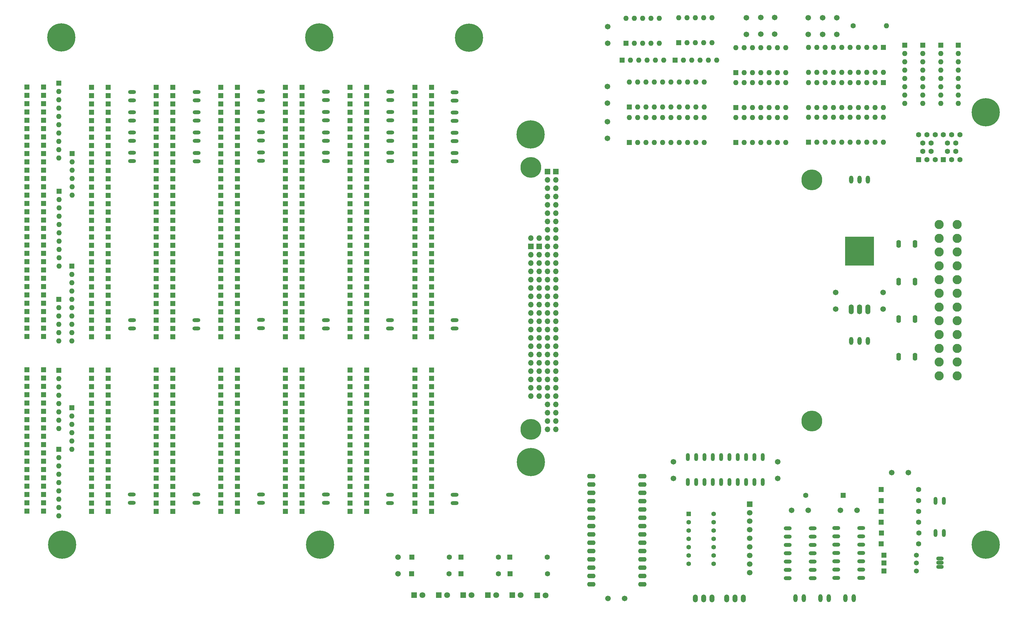
<source format=gbs>
G04 #@! TF.GenerationSoftware,KiCad,Pcbnew,8.0.5*
G04 #@! TF.CreationDate,2024-09-20T21:49:53-04:00*
G04 #@! TF.ProjectId,ISA_PC104 Backplane,4953415f-5043-4313-9034-204261636b70,rev?*
G04 #@! TF.SameCoordinates,Original*
G04 #@! TF.FileFunction,Soldermask,Bot*
G04 #@! TF.FilePolarity,Negative*
%FSLAX46Y46*%
G04 Gerber Fmt 4.6, Leading zero omitted, Abs format (unit mm)*
G04 Created by KiCad (PCBNEW 8.0.5) date 2024-09-20 21:49:53*
%MOMM*%
%LPD*%
G01*
G04 APERTURE LIST*
%ADD10O,2.284000X1.244000*%
%ADD11R,1.800000X1.800000*%
%ADD12C,1.800000*%
%ADD13R,1.600000X1.600000*%
%ADD14C,1.600000*%
%ADD15R,1.500000X1.500000*%
%ADD16C,1.500000*%
%ADD17C,0.900000*%
%ADD18C,8.600000*%
%ADD19O,1.400000X2.400000*%
%ADD20C,1.701800*%
%ADD21O,2.400000X1.200000*%
%ADD22O,1.600000X1.600000*%
%ADD23R,1.397000X1.397000*%
%ADD24C,1.397000*%
%ADD25C,6.350000*%
%ADD26R,1.700000X1.700000*%
%ADD27O,1.700000X1.700000*%
%ADD28O,1.500000X2.400000*%
%ADD29O,1.300000X2.400000*%
%ADD30O,1.200000X2.400000*%
%ADD31C,1.700000*%
%ADD32R,1.524000X1.524000*%
%ADD33C,2.800000*%
%ADD34O,2.400000X1.214000*%
%ADD35R,8.890000X8.890000*%
%ADD36O,1.524000X3.000000*%
%ADD37O,2.604000X1.404000*%
G04 APERTURE END LIST*
D10*
X373700000Y-228940000D03*
X373700000Y-230210000D03*
X373700000Y-231480000D03*
D11*
X213215000Y-240090000D03*
D12*
X215755000Y-240090000D03*
D13*
X212465000Y-233590000D03*
D14*
X223895000Y-233590000D03*
X367250000Y-214520000D03*
D13*
X355820000Y-214520000D03*
X355815000Y-211190000D03*
D14*
X367245000Y-211190000D03*
D15*
X356600000Y-232760000D03*
D16*
X366500000Y-232760000D03*
D17*
X226780361Y-69792716D03*
X227724942Y-67512297D03*
X227724942Y-72073135D03*
X230005361Y-66567716D03*
D18*
X230005361Y-69792716D03*
D17*
X230005361Y-73017716D03*
X232285780Y-67512297D03*
X232285780Y-72073135D03*
X233230361Y-69792716D03*
D13*
X242435000Y-228500000D03*
D14*
X253865000Y-228500000D03*
D19*
X366100000Y-155800000D03*
X361100000Y-155800000D03*
D20*
X272200000Y-100540000D03*
X272200000Y-95460000D03*
X323300000Y-68740000D03*
X323300000Y-63660000D03*
D21*
X146800000Y-107565000D03*
X146800000Y-105025000D03*
D20*
X319000000Y-68740000D03*
X319000000Y-63660000D03*
X364110000Y-202650000D03*
X359030000Y-202650000D03*
D13*
X276705000Y-76700000D03*
D22*
X279245000Y-76700000D03*
X281785000Y-76700000D03*
X284325000Y-76700000D03*
X286865000Y-76700000D03*
X289405000Y-76700000D03*
D20*
X272300000Y-71540000D03*
X272300000Y-66460000D03*
D13*
X355830000Y-221160000D03*
D14*
X367260000Y-221160000D03*
D21*
X127100000Y-98800000D03*
X127100000Y-101340000D03*
D13*
X374000000Y-72100000D03*
D22*
X374000000Y-74640000D03*
X374000000Y-77180000D03*
X374000000Y-79720000D03*
X374000000Y-82260000D03*
X374000000Y-84800000D03*
X374000000Y-87340000D03*
X374000000Y-89880000D03*
D11*
X220700000Y-240120000D03*
D12*
X223240000Y-240120000D03*
D21*
X205890000Y-92550000D03*
X205890000Y-95090000D03*
D13*
X108780000Y-105260000D03*
D22*
X108780000Y-107800000D03*
X108780000Y-110340000D03*
X108780000Y-112880000D03*
X108780000Y-115420000D03*
X108780000Y-117960000D03*
D21*
X186300000Y-98750000D03*
X186300000Y-101290000D03*
X166500000Y-98725000D03*
X166500000Y-101265000D03*
X225540000Y-89040000D03*
X225540000Y-86500000D03*
D13*
X212485000Y-228475000D03*
D14*
X223915000Y-228475000D03*
D17*
X184285390Y-72932999D03*
X182004971Y-71988418D03*
X186565809Y-71988418D03*
X181060390Y-69707999D03*
D18*
X184285390Y-69707999D03*
D17*
X187510390Y-69707999D03*
X182004971Y-67427580D03*
X186565809Y-67427580D03*
X184285390Y-66482999D03*
D21*
X205900000Y-88900000D03*
X205900000Y-86360000D03*
X166500000Y-88870000D03*
X166500000Y-86330000D03*
D23*
X297005000Y-215250000D03*
D24*
X297005000Y-217790000D03*
X297005000Y-220330000D03*
X297005000Y-222870000D03*
X297005000Y-225410000D03*
X297005000Y-227950000D03*
X297005000Y-230490000D03*
X304625000Y-230490000D03*
X304625000Y-227950000D03*
X304625000Y-225410000D03*
X304625000Y-222870000D03*
X304625000Y-220330000D03*
X304625000Y-217790000D03*
X304625000Y-215250000D03*
D19*
X366078849Y-132857869D03*
X361078849Y-132857869D03*
D21*
X225550000Y-92700000D03*
X225550000Y-95240000D03*
D13*
X227510000Y-233550000D03*
D14*
X238940000Y-233550000D03*
D20*
X333550000Y-63700000D03*
X333550000Y-68780000D03*
D21*
X127070000Y-156070000D03*
X127070000Y-158610000D03*
D25*
X334610000Y-186930000D03*
X334610000Y-113270000D03*
X248880000Y-189470000D03*
X248880000Y-109460000D03*
D26*
X253960000Y-110730000D03*
D27*
X253960000Y-113270000D03*
X253960000Y-115810000D03*
X253960000Y-118350000D03*
X253960000Y-120890000D03*
X253960000Y-123430000D03*
X253960000Y-125970000D03*
X253960000Y-128510000D03*
X253960000Y-131050000D03*
X253960000Y-133590000D03*
X253960000Y-136130000D03*
X253960000Y-138670000D03*
X253960000Y-141210000D03*
X253960000Y-143750000D03*
X253960000Y-146290000D03*
X253960000Y-148830000D03*
X253960000Y-151370000D03*
X253960000Y-153910000D03*
X253960000Y-156450000D03*
X253960000Y-158990000D03*
X253960000Y-161530000D03*
X253960000Y-164070000D03*
X253960000Y-166610000D03*
X253960000Y-169150000D03*
X253960000Y-171690000D03*
X253960000Y-174230000D03*
X253960000Y-176770000D03*
X253960000Y-179310000D03*
X253960000Y-181850000D03*
X253960000Y-184390000D03*
X253960000Y-186930000D03*
X253960000Y-189470000D03*
D26*
X256500000Y-110730000D03*
D27*
X256500000Y-113270000D03*
X256500000Y-115810000D03*
X256500000Y-118350000D03*
X256500000Y-120890000D03*
X256500000Y-123430000D03*
X256500000Y-125970000D03*
X256500000Y-128510000D03*
X256500000Y-131050000D03*
X256500000Y-133590000D03*
X256500000Y-136130000D03*
X256500000Y-138670000D03*
X256500000Y-141210000D03*
X256500000Y-143750000D03*
X256500000Y-146290000D03*
X256500000Y-148830000D03*
X256500000Y-151370000D03*
X256500000Y-153910000D03*
X256500000Y-156450000D03*
X256500000Y-158990000D03*
X256500000Y-161530000D03*
X256500000Y-164070000D03*
X256500000Y-166610000D03*
X256500000Y-169150000D03*
X256500000Y-171690000D03*
X256500000Y-174230000D03*
X256500000Y-176770000D03*
X256500000Y-179310000D03*
X256500000Y-181850000D03*
X256500000Y-184390000D03*
X256500000Y-186930000D03*
X256500000Y-189470000D03*
X251420000Y-131050000D03*
D26*
X251420000Y-133590000D03*
D27*
X251420000Y-136130000D03*
X251420000Y-138670000D03*
X251420000Y-141210000D03*
X251420000Y-143750000D03*
X251420000Y-146290000D03*
X251420000Y-148830000D03*
X251420000Y-151370000D03*
X251420000Y-153910000D03*
X251420000Y-156450000D03*
X251420000Y-158990000D03*
X251420000Y-161530000D03*
X251420000Y-164070000D03*
X251420000Y-166610000D03*
X251420000Y-169150000D03*
X251420000Y-171690000D03*
X251420000Y-174230000D03*
X251420000Y-176770000D03*
X251420000Y-179310000D03*
X248880000Y-131050000D03*
D26*
X248880000Y-133590000D03*
D27*
X248880000Y-136130000D03*
X248880000Y-138670000D03*
X248880000Y-141210000D03*
X248880000Y-143750000D03*
X248880000Y-146290000D03*
X248880000Y-148830000D03*
X248880000Y-151370000D03*
X248880000Y-153910000D03*
X248880000Y-156450000D03*
X248880000Y-158990000D03*
X248880000Y-161530000D03*
X248880000Y-164070000D03*
X248880000Y-166610000D03*
X248880000Y-169150000D03*
X248880000Y-171690000D03*
X248880000Y-174230000D03*
X248880000Y-176770000D03*
X248880000Y-179310000D03*
D21*
X186300000Y-107490000D03*
X186300000Y-104950000D03*
D13*
X104750000Y-195530000D03*
D22*
X104750000Y-198070000D03*
X104750000Y-200610000D03*
X104750000Y-203150000D03*
X104750000Y-205690000D03*
X104750000Y-208230000D03*
X104750000Y-210770000D03*
X104750000Y-213310000D03*
X104750000Y-215850000D03*
D13*
X108750000Y-182850000D03*
D22*
X108750000Y-185390000D03*
X108750000Y-187930000D03*
X108750000Y-190470000D03*
X108750000Y-193010000D03*
X108750000Y-195550000D03*
D28*
X304115000Y-241075000D03*
X301575000Y-241075000D03*
X299035000Y-241075000D03*
D15*
X356610000Y-230320000D03*
D16*
X366510000Y-230320000D03*
D13*
X374762975Y-107062973D03*
D14*
X376032975Y-104522973D03*
X377302975Y-107062973D03*
X378572975Y-104522973D03*
X379842975Y-107062973D03*
X379842975Y-99442973D03*
X378572975Y-101982973D03*
X377302975Y-99442973D03*
X376032975Y-101982973D03*
X374762975Y-99442973D03*
D29*
X346620000Y-113200000D03*
X349160000Y-113200000D03*
X351700000Y-113200000D03*
D30*
X372380000Y-211320000D03*
X374920000Y-211320000D03*
D13*
X278940000Y-91000000D03*
D22*
X281480000Y-91000000D03*
X284020000Y-91000000D03*
X286560000Y-91000000D03*
X289100000Y-91000000D03*
X291640000Y-91000000D03*
X294180000Y-91000000D03*
X296720000Y-91000000D03*
X299260000Y-91000000D03*
X301800000Y-91000000D03*
X301800000Y-83380000D03*
X299260000Y-83380000D03*
X296720000Y-83380000D03*
X294180000Y-83380000D03*
X291640000Y-83380000D03*
X289100000Y-83380000D03*
X286560000Y-83380000D03*
X284020000Y-83380000D03*
X281480000Y-83380000D03*
X278940000Y-83380000D03*
D20*
X333540000Y-214150000D03*
X328460000Y-214150000D03*
D21*
X146800000Y-98825000D03*
X146800000Y-101365000D03*
D13*
X277900000Y-71500000D03*
D22*
X280440000Y-71500000D03*
X282980000Y-71500000D03*
X285520000Y-71500000D03*
X288060000Y-71500000D03*
X288060000Y-63880000D03*
X285520000Y-63880000D03*
X282980000Y-63880000D03*
X280440000Y-63880000D03*
X277900000Y-63880000D03*
D13*
X311410000Y-80500000D03*
D22*
X313950000Y-80500000D03*
X316490000Y-80500000D03*
X319030000Y-80500000D03*
X321570000Y-80500000D03*
X324110000Y-80500000D03*
X326650000Y-80500000D03*
X326650000Y-72880000D03*
X324110000Y-72880000D03*
X321570000Y-72880000D03*
X319030000Y-72880000D03*
X316490000Y-72880000D03*
X313950000Y-72880000D03*
X311410000Y-72880000D03*
D21*
X205850000Y-156100000D03*
X205850000Y-158640000D03*
D20*
X292325000Y-199370000D03*
X292325000Y-204450000D03*
D13*
X242510000Y-233600000D03*
D14*
X253940000Y-233600000D03*
D17*
X102320390Y-69707999D03*
X103264971Y-67427580D03*
X103264971Y-71988418D03*
X105545390Y-66482999D03*
D18*
X105545390Y-69707999D03*
D17*
X105545390Y-72932999D03*
X107825809Y-67427580D03*
X107825809Y-71988418D03*
X108770390Y-69707999D03*
D26*
X315650000Y-212300000D03*
D31*
X315650000Y-214916200D03*
X315650000Y-217532400D03*
X315650000Y-220148600D03*
X315650000Y-222764800D03*
X315650000Y-225381000D03*
X315650000Y-227997200D03*
X315650000Y-230613400D03*
X315650000Y-233229600D03*
D21*
X146780000Y-156090000D03*
X146780000Y-158630000D03*
D17*
X384450000Y-92568000D03*
X385394581Y-90287581D03*
X385394581Y-94848419D03*
X387675000Y-89343000D03*
D18*
X387675000Y-92568000D03*
D17*
X387675000Y-95793000D03*
X389955419Y-90287581D03*
X389955419Y-94848419D03*
X390900000Y-92568000D03*
D20*
X208250000Y-228510000D03*
X208250000Y-233590000D03*
D21*
X146760000Y-209380000D03*
X146760000Y-211920000D03*
X186300000Y-92550000D03*
X186300000Y-95090000D03*
D20*
X341900000Y-152740000D03*
X341900000Y-147660000D03*
D21*
X186300000Y-88890000D03*
X186300000Y-86350000D03*
D13*
X227485000Y-228500000D03*
D14*
X238915000Y-228500000D03*
D32*
X173930000Y-84960000D03*
X173930000Y-87500000D03*
X173930000Y-90040000D03*
X173930000Y-92580000D03*
X173930000Y-95120000D03*
X173930000Y-97660000D03*
X173930000Y-100200000D03*
X173930000Y-102740000D03*
X173930000Y-105280000D03*
X173930000Y-107820000D03*
X173930000Y-110360000D03*
X173930000Y-112900000D03*
X173930000Y-115440000D03*
X173930000Y-117980000D03*
X173930000Y-120520000D03*
X173930000Y-123060000D03*
X173930000Y-125600000D03*
X173930000Y-128140000D03*
X173930000Y-130680000D03*
X173930000Y-133220000D03*
X173930000Y-135760000D03*
X173930000Y-138300000D03*
X173930000Y-140840000D03*
X173930000Y-143380000D03*
X173930000Y-145920000D03*
X173930000Y-148460000D03*
X173930000Y-151000000D03*
X173930000Y-153540000D03*
X173930000Y-156080000D03*
X173930000Y-158620000D03*
X173930000Y-161160000D03*
X179010000Y-84960000D03*
X179010000Y-87500000D03*
X179010000Y-90040000D03*
X179010000Y-92580000D03*
X179010000Y-95120000D03*
X179010000Y-97660000D03*
X179010000Y-100200000D03*
X179010000Y-102740000D03*
X179010000Y-105280000D03*
X179010000Y-107820000D03*
X179010000Y-110360000D03*
X179010000Y-112900000D03*
X179010000Y-115440000D03*
X179010000Y-117980000D03*
X179010000Y-120520000D03*
X179010000Y-123060000D03*
X179010000Y-125600000D03*
X179010000Y-128140000D03*
X179010000Y-130680000D03*
X179010000Y-133220000D03*
X179010000Y-135760000D03*
X179010000Y-138300000D03*
X179010000Y-140840000D03*
X179010000Y-143380000D03*
X179010000Y-145920000D03*
X179010000Y-148460000D03*
X179010000Y-151000000D03*
X179010000Y-153540000D03*
X179010000Y-156080000D03*
X179010000Y-158620000D03*
X179010000Y-161160000D03*
X173930000Y-171320000D03*
X173930000Y-173860000D03*
X173930000Y-176400000D03*
X173930000Y-178940000D03*
X173930000Y-181480000D03*
X173930000Y-184020000D03*
X173930000Y-186560000D03*
X173930000Y-189100000D03*
X173930000Y-191640000D03*
X173930000Y-194180000D03*
X173930000Y-196720000D03*
X173930000Y-199260000D03*
X173930000Y-201800000D03*
X173930000Y-204340000D03*
X173930000Y-206880000D03*
X173930000Y-209420000D03*
X173930000Y-211960000D03*
X173930000Y-214500000D03*
X179010000Y-171320000D03*
X179010000Y-173860000D03*
X179010000Y-176400000D03*
X179010000Y-178940000D03*
X179010000Y-181480000D03*
X179010000Y-184020000D03*
X179010000Y-186560000D03*
X179010000Y-189100000D03*
X179010000Y-191640000D03*
X179010000Y-194180000D03*
X179010000Y-196720000D03*
X179010000Y-199260000D03*
X179010000Y-201800000D03*
X179010000Y-204340000D03*
X179010000Y-206880000D03*
X179010000Y-209420000D03*
X179010000Y-211960000D03*
X179010000Y-214500000D03*
D20*
X277440000Y-241150000D03*
X272360000Y-241150000D03*
X356400000Y-152740000D03*
X356400000Y-147660000D03*
D13*
X344215000Y-209600000D03*
D14*
X332785000Y-209600000D03*
D13*
X368500000Y-72100000D03*
D22*
X368500000Y-74640000D03*
X368500000Y-77180000D03*
X368500000Y-79720000D03*
X368500000Y-82260000D03*
X368500000Y-84800000D03*
X368500000Y-87340000D03*
X368500000Y-89880000D03*
D20*
X348440000Y-214150000D03*
X343360000Y-214150000D03*
D13*
X355820000Y-217840000D03*
D14*
X367250000Y-217840000D03*
D17*
X245575000Y-99375000D03*
X246519581Y-97094581D03*
X246519581Y-101655419D03*
X248800000Y-96150000D03*
D18*
X248800000Y-99375000D03*
D17*
X248800000Y-102600000D03*
X251080419Y-97094581D03*
X251080419Y-101655419D03*
X252025000Y-99375000D03*
X384450000Y-224648000D03*
X385394581Y-222367581D03*
X385394581Y-226928419D03*
X387675000Y-221423000D03*
D18*
X387675000Y-224648000D03*
D17*
X387675000Y-227873000D03*
X389955419Y-222367581D03*
X389955419Y-226928419D03*
X390900000Y-224648000D03*
D11*
X250775000Y-240150000D03*
D12*
X253315000Y-240150000D03*
D20*
X272200000Y-84760000D03*
X272200000Y-89840000D03*
D21*
X166500000Y-209400000D03*
X166500000Y-211940000D03*
D30*
X296795000Y-205535000D03*
X299335000Y-205535000D03*
X301875000Y-205535000D03*
X304415000Y-205535000D03*
X306955000Y-205535000D03*
X309495000Y-205535000D03*
X312035000Y-205535000D03*
X314575000Y-205535000D03*
X317115000Y-205535000D03*
X319655000Y-205535000D03*
X319655000Y-197915000D03*
X317115000Y-197915000D03*
X314575000Y-197915000D03*
X312035000Y-197915000D03*
X309495000Y-197915000D03*
X306955000Y-197915000D03*
X304415000Y-197915000D03*
X301875000Y-197915000D03*
X299335000Y-197915000D03*
X296795000Y-197915000D03*
D11*
X243200000Y-240120000D03*
D12*
X245740000Y-240120000D03*
D21*
X225540000Y-209470000D03*
X225540000Y-212010000D03*
X127010000Y-209390000D03*
X127010000Y-211930000D03*
X127100000Y-92600000D03*
X127100000Y-95140000D03*
D14*
X347270000Y-66200000D03*
D22*
X357430000Y-66200000D03*
D17*
X181250000Y-224648000D03*
X182194581Y-222367581D03*
X182194581Y-226928419D03*
X184475000Y-221423000D03*
D18*
X184475000Y-224648000D03*
D17*
X184475000Y-227873000D03*
X186755419Y-222367581D03*
X186755419Y-226928419D03*
X187700000Y-224648000D03*
D21*
X166475000Y-156050000D03*
X166475000Y-158590000D03*
D33*
X373500000Y-173120000D03*
X373500000Y-168920000D03*
X373500000Y-164720000D03*
X373500000Y-160520000D03*
X373500000Y-156320000D03*
X373500000Y-152120000D03*
X373500000Y-147920000D03*
X373500000Y-143720000D03*
X373500000Y-139520000D03*
X373500000Y-135320000D03*
X373500000Y-131120000D03*
X373500000Y-126920000D03*
X379000000Y-173120000D03*
X379000000Y-168920000D03*
X379000000Y-164720000D03*
X379000000Y-160520000D03*
X379000000Y-156320000D03*
X379000000Y-152120000D03*
X379000000Y-147920000D03*
X379000000Y-143720000D03*
X379000000Y-139520000D03*
X379000000Y-135320000D03*
X379000000Y-131120000D03*
X379000000Y-126920000D03*
D21*
X205810000Y-209470000D03*
X205810000Y-212010000D03*
D15*
X356609418Y-227877617D03*
D16*
X366509418Y-227877617D03*
D28*
X313680000Y-241100000D03*
X311140000Y-241100000D03*
X308600000Y-241100000D03*
D13*
X108750000Y-139640000D03*
D22*
X108750000Y-142180000D03*
X108750000Y-144720000D03*
X108750000Y-147260000D03*
X108750000Y-149800000D03*
X108750000Y-152340000D03*
X108750000Y-154880000D03*
X108750000Y-157420000D03*
X108750000Y-159960000D03*
X108750000Y-162500000D03*
D29*
X337230000Y-241000000D03*
X339770000Y-241000000D03*
D13*
X379300000Y-72100000D03*
D22*
X379300000Y-74640000D03*
X379300000Y-77180000D03*
X379300000Y-79720000D03*
X379300000Y-82260000D03*
X379300000Y-84800000D03*
X379300000Y-87340000D03*
X379300000Y-89880000D03*
D13*
X292845000Y-76700000D03*
D22*
X295385000Y-76700000D03*
X297925000Y-76700000D03*
X300465000Y-76700000D03*
X303005000Y-76700000D03*
X305545000Y-76700000D03*
D11*
X228200000Y-240120000D03*
D12*
X230740000Y-240120000D03*
D13*
X355820000Y-224450000D03*
D14*
X367250000Y-224450000D03*
D32*
X95000000Y-84940000D03*
X95000000Y-87480000D03*
X95000000Y-90020000D03*
X95000000Y-92560000D03*
X95000000Y-95100000D03*
X95000000Y-97640000D03*
X95000000Y-100180000D03*
X95000000Y-102720000D03*
X95000000Y-105260000D03*
X95000000Y-107800000D03*
X95000000Y-110340000D03*
X95000000Y-112880000D03*
X95000000Y-115420000D03*
X95000000Y-117960000D03*
X95000000Y-120500000D03*
X95000000Y-123040000D03*
X95000000Y-125580000D03*
X95000000Y-128120000D03*
X95000000Y-130660000D03*
X95000000Y-133200000D03*
X95000000Y-135740000D03*
X95000000Y-138280000D03*
X95000000Y-140820000D03*
X95000000Y-143360000D03*
X95000000Y-145900000D03*
X95000000Y-148440000D03*
X95000000Y-150980000D03*
X95000000Y-153520000D03*
X95000000Y-156060000D03*
X95000000Y-158600000D03*
X95000000Y-161140000D03*
X100080000Y-84940000D03*
X100080000Y-87480000D03*
X100080000Y-90020000D03*
X100080000Y-92560000D03*
X100080000Y-95100000D03*
X100080000Y-97640000D03*
X100080000Y-100180000D03*
X100080000Y-102720000D03*
X100080000Y-105260000D03*
X100080000Y-107800000D03*
X100080000Y-110340000D03*
X100080000Y-112880000D03*
X100080000Y-115420000D03*
X100080000Y-117960000D03*
X100080000Y-120500000D03*
X100080000Y-123040000D03*
X100080000Y-125580000D03*
X100080000Y-128120000D03*
X100080000Y-130660000D03*
X100080000Y-133200000D03*
X100080000Y-135740000D03*
X100080000Y-138280000D03*
X100080000Y-140820000D03*
X100080000Y-143360000D03*
X100080000Y-145900000D03*
X100080000Y-148440000D03*
X100080000Y-150980000D03*
X100080000Y-153520000D03*
X100080000Y-156060000D03*
X100080000Y-158600000D03*
X100080000Y-161140000D03*
X95000000Y-171300000D03*
X95000000Y-173840000D03*
X95000000Y-176380000D03*
X95000000Y-178920000D03*
X95000000Y-181460000D03*
X95000000Y-184000000D03*
X95000000Y-186540000D03*
X95000000Y-189080000D03*
X95000000Y-191620000D03*
X95000000Y-194160000D03*
X95000000Y-196700000D03*
X95000000Y-199240000D03*
X95000000Y-201780000D03*
X95000000Y-204320000D03*
X95000000Y-206860000D03*
X95000000Y-209400000D03*
X95000000Y-211940000D03*
X95000000Y-214480000D03*
X100080000Y-171300000D03*
X100080000Y-173840000D03*
X100080000Y-176380000D03*
X100080000Y-178920000D03*
X100080000Y-181460000D03*
X100080000Y-184000000D03*
X100080000Y-186540000D03*
X100080000Y-189080000D03*
X100080000Y-191620000D03*
X100080000Y-194160000D03*
X100080000Y-196700000D03*
X100080000Y-199240000D03*
X100080000Y-201780000D03*
X100080000Y-204320000D03*
X100080000Y-206860000D03*
X100080000Y-209400000D03*
X100080000Y-211940000D03*
X100080000Y-214480000D03*
D13*
X104720000Y-83710000D03*
D22*
X104720000Y-86250000D03*
X104720000Y-88790000D03*
X104720000Y-91330000D03*
X104720000Y-93870000D03*
X104720000Y-96410000D03*
X104720000Y-98950000D03*
X104720000Y-101490000D03*
X104720000Y-104030000D03*
X104720000Y-106570000D03*
D21*
X205890000Y-107490000D03*
X205890000Y-104950000D03*
X146800000Y-92625000D03*
X146800000Y-95165000D03*
D29*
X351690000Y-162450000D03*
X349150000Y-162450000D03*
X346610000Y-162450000D03*
D20*
X342250000Y-68790000D03*
X342250000Y-63710000D03*
D13*
X363000000Y-72100000D03*
D22*
X363000000Y-74640000D03*
X363000000Y-77180000D03*
X363000000Y-79720000D03*
X363000000Y-82260000D03*
X363000000Y-84800000D03*
X363000000Y-87340000D03*
X363000000Y-89880000D03*
D19*
X361100000Y-167300000D03*
X366100000Y-167300000D03*
D34*
X342100000Y-219625000D03*
X342100000Y-222165000D03*
X342100000Y-224705000D03*
X342100000Y-227245000D03*
X342100000Y-229785000D03*
X342100000Y-232325000D03*
X342100000Y-234865000D03*
X349720000Y-234865000D03*
X349720000Y-232325000D03*
X349720000Y-229785000D03*
X349720000Y-227245000D03*
X349720000Y-224705000D03*
D21*
X349720000Y-222165000D03*
X349720000Y-219625000D03*
D13*
X333600000Y-101720000D03*
D22*
X336140000Y-101720000D03*
X338680000Y-101720000D03*
X341220000Y-101720000D03*
X343760000Y-101720000D03*
X346300000Y-101720000D03*
X348840000Y-101720000D03*
X351380000Y-101720000D03*
X353920000Y-101720000D03*
X356460000Y-101720000D03*
X356460000Y-94100000D03*
X353920000Y-94100000D03*
X351380000Y-94100000D03*
X348840000Y-94100000D03*
X346300000Y-94100000D03*
X343760000Y-94100000D03*
X341220000Y-94100000D03*
X338680000Y-94100000D03*
X336140000Y-94100000D03*
X333600000Y-94100000D03*
D21*
X225550000Y-156110000D03*
X225550000Y-158650000D03*
D13*
X278940000Y-101800000D03*
D22*
X281480000Y-101800000D03*
X284020000Y-101800000D03*
X286560000Y-101800000D03*
X289100000Y-101800000D03*
X291640000Y-101800000D03*
X294180000Y-101800000D03*
X296720000Y-101800000D03*
X299260000Y-101800000D03*
X301800000Y-101800000D03*
X301800000Y-94180000D03*
X299260000Y-94180000D03*
X296720000Y-94180000D03*
X294180000Y-94180000D03*
X291640000Y-94180000D03*
X289100000Y-94180000D03*
X286560000Y-94180000D03*
X284020000Y-94180000D03*
X281480000Y-94180000D03*
X278940000Y-94180000D03*
D20*
X337900000Y-68790000D03*
X337900000Y-63710000D03*
D11*
X235700000Y-240120000D03*
D12*
X238240000Y-240120000D03*
D32*
X193680000Y-84960000D03*
X193680000Y-87500000D03*
X193680000Y-90040000D03*
X193680000Y-92580000D03*
X193680000Y-95120000D03*
X193680000Y-97660000D03*
X193680000Y-100200000D03*
X193680000Y-102740000D03*
X193680000Y-105280000D03*
X193680000Y-107820000D03*
X193680000Y-110360000D03*
X193680000Y-112900000D03*
X193680000Y-115440000D03*
X193680000Y-117980000D03*
X193680000Y-120520000D03*
X193680000Y-123060000D03*
X193680000Y-125600000D03*
X193680000Y-128140000D03*
X193680000Y-130680000D03*
X193680000Y-133220000D03*
X193680000Y-135760000D03*
X193680000Y-138300000D03*
X193680000Y-140840000D03*
X193680000Y-143380000D03*
X193680000Y-145920000D03*
X193680000Y-148460000D03*
X193680000Y-151000000D03*
X193680000Y-153540000D03*
X193680000Y-156080000D03*
X193680000Y-158620000D03*
X193680000Y-161160000D03*
X198760000Y-84960000D03*
X198760000Y-87500000D03*
X198760000Y-90040000D03*
X198760000Y-92580000D03*
X198760000Y-95120000D03*
X198760000Y-97660000D03*
X198760000Y-100200000D03*
X198760000Y-102740000D03*
X198760000Y-105280000D03*
X198760000Y-107820000D03*
X198760000Y-110360000D03*
X198760000Y-112900000D03*
X198760000Y-115440000D03*
X198760000Y-117980000D03*
X198760000Y-120520000D03*
X198760000Y-123060000D03*
X198760000Y-125600000D03*
X198760000Y-128140000D03*
X198760000Y-130680000D03*
X198760000Y-133220000D03*
X198760000Y-135760000D03*
X198760000Y-138300000D03*
X198760000Y-140840000D03*
X198760000Y-143380000D03*
X198760000Y-145920000D03*
X198760000Y-148460000D03*
X198760000Y-151000000D03*
X198760000Y-153540000D03*
X198760000Y-156080000D03*
X198760000Y-158620000D03*
X198760000Y-161160000D03*
X193680000Y-171320000D03*
X193680000Y-173860000D03*
X193680000Y-176400000D03*
X193680000Y-178940000D03*
X193680000Y-181480000D03*
X193680000Y-184020000D03*
X193680000Y-186560000D03*
X193680000Y-189100000D03*
X193680000Y-191640000D03*
X193680000Y-194180000D03*
X193680000Y-196720000D03*
X193680000Y-199260000D03*
X193680000Y-201800000D03*
X193680000Y-204340000D03*
X193680000Y-206880000D03*
X193680000Y-209420000D03*
X193680000Y-211960000D03*
X193680000Y-214500000D03*
X198760000Y-171320000D03*
X198760000Y-173860000D03*
X198760000Y-176400000D03*
X198760000Y-178940000D03*
X198760000Y-181480000D03*
X198760000Y-184020000D03*
X198760000Y-186560000D03*
X198760000Y-189100000D03*
X198760000Y-191640000D03*
X198760000Y-194180000D03*
X198760000Y-196720000D03*
X198760000Y-199260000D03*
X198760000Y-201800000D03*
X198760000Y-204340000D03*
X198760000Y-206880000D03*
X198760000Y-209420000D03*
X198760000Y-211960000D03*
X198760000Y-214500000D03*
D30*
X374890000Y-221140000D03*
X372350000Y-221140000D03*
D19*
X366075000Y-144350000D03*
X361075000Y-144350000D03*
D13*
X104750000Y-171420000D03*
D22*
X104750000Y-173960000D03*
X104750000Y-176500000D03*
X104750000Y-179040000D03*
X104750000Y-181580000D03*
X104750000Y-184120000D03*
X104750000Y-186660000D03*
X104750000Y-189200000D03*
D34*
X327280000Y-219660000D03*
X327280000Y-222200000D03*
X327280000Y-224740000D03*
X327280000Y-227280000D03*
X327280000Y-229820000D03*
X327280000Y-232360000D03*
X327280000Y-234900000D03*
X334900000Y-234900000D03*
X334900000Y-232360000D03*
X334900000Y-229820000D03*
X334900000Y-227280000D03*
X334900000Y-224740000D03*
D21*
X334900000Y-222200000D03*
X334900000Y-219660000D03*
D35*
X349150000Y-135032500D03*
D36*
X346610000Y-152812500D03*
X349150000Y-152812500D03*
X351690000Y-152812500D03*
D13*
X311380000Y-91200000D03*
D22*
X313920000Y-91200000D03*
X316460000Y-91200000D03*
X319000000Y-91200000D03*
X321540000Y-91200000D03*
X324080000Y-91200000D03*
X326620000Y-91200000D03*
X326620000Y-83580000D03*
X324080000Y-83580000D03*
X321540000Y-83580000D03*
X319000000Y-83580000D03*
X316460000Y-83580000D03*
X313920000Y-83580000D03*
X311380000Y-83580000D03*
D32*
X154190000Y-84960000D03*
X154190000Y-87500000D03*
X154190000Y-90040000D03*
X154190000Y-92580000D03*
X154190000Y-95120000D03*
X154190000Y-97660000D03*
X154190000Y-100200000D03*
X154190000Y-102740000D03*
X154190000Y-105280000D03*
X154190000Y-107820000D03*
X154190000Y-110360000D03*
X154190000Y-112900000D03*
X154190000Y-115440000D03*
X154190000Y-117980000D03*
X154190000Y-120520000D03*
X154190000Y-123060000D03*
X154190000Y-125600000D03*
X154190000Y-128140000D03*
X154190000Y-130680000D03*
X154190000Y-133220000D03*
X154190000Y-135760000D03*
X154190000Y-138300000D03*
X154190000Y-140840000D03*
X154190000Y-143380000D03*
X154190000Y-145920000D03*
X154190000Y-148460000D03*
X154190000Y-151000000D03*
X154190000Y-153540000D03*
X154190000Y-156080000D03*
X154190000Y-158620000D03*
X154190000Y-161160000D03*
X159270000Y-84960000D03*
X159270000Y-87500000D03*
X159270000Y-90040000D03*
X159270000Y-92580000D03*
X159270000Y-95120000D03*
X159270000Y-97660000D03*
X159270000Y-100200000D03*
X159270000Y-102740000D03*
X159270000Y-105280000D03*
X159270000Y-107820000D03*
X159270000Y-110360000D03*
X159270000Y-112900000D03*
X159270000Y-115440000D03*
X159270000Y-117980000D03*
X159270000Y-120520000D03*
X159270000Y-123060000D03*
X159270000Y-125600000D03*
X159270000Y-128140000D03*
X159270000Y-130680000D03*
X159270000Y-133220000D03*
X159270000Y-135760000D03*
X159270000Y-138300000D03*
X159270000Y-140840000D03*
X159270000Y-143380000D03*
X159270000Y-145920000D03*
X159270000Y-148460000D03*
X159270000Y-151000000D03*
X159270000Y-153540000D03*
X159270000Y-156080000D03*
X159270000Y-158620000D03*
X159270000Y-161160000D03*
X154190000Y-171320000D03*
X154190000Y-173860000D03*
X154190000Y-176400000D03*
X154190000Y-178940000D03*
X154190000Y-181480000D03*
X154190000Y-184020000D03*
X154190000Y-186560000D03*
X154190000Y-189100000D03*
X154190000Y-191640000D03*
X154190000Y-194180000D03*
X154190000Y-196720000D03*
X154190000Y-199260000D03*
X154190000Y-201800000D03*
X154190000Y-204340000D03*
X154190000Y-206880000D03*
X154190000Y-209420000D03*
X154190000Y-211960000D03*
X154190000Y-214500000D03*
X159270000Y-171320000D03*
X159270000Y-173860000D03*
X159270000Y-176400000D03*
X159270000Y-178940000D03*
X159270000Y-181480000D03*
X159270000Y-184020000D03*
X159270000Y-186560000D03*
X159270000Y-189100000D03*
X159270000Y-191640000D03*
X159270000Y-194180000D03*
X159270000Y-196720000D03*
X159270000Y-199260000D03*
X159270000Y-201800000D03*
X159270000Y-204340000D03*
X159270000Y-206880000D03*
X159270000Y-209420000D03*
X159270000Y-211960000D03*
X159270000Y-214500000D03*
D21*
X146800000Y-88970000D03*
X146800000Y-86430000D03*
D20*
X314600000Y-68780000D03*
X314600000Y-63700000D03*
D21*
X225540000Y-107630000D03*
X225540000Y-105090000D03*
D13*
X311380000Y-101820000D03*
D22*
X313920000Y-101820000D03*
X316460000Y-101820000D03*
X319000000Y-101820000D03*
X321540000Y-101820000D03*
X324080000Y-101820000D03*
X326620000Y-101820000D03*
X326620000Y-94200000D03*
X324080000Y-94200000D03*
X321540000Y-94200000D03*
X319000000Y-94200000D03*
X316460000Y-94200000D03*
X313920000Y-94200000D03*
X311380000Y-94200000D03*
D13*
X294000000Y-71400000D03*
D22*
X296540000Y-71400000D03*
X299080000Y-71400000D03*
X301620000Y-71400000D03*
X304160000Y-71400000D03*
X304160000Y-63780000D03*
X301620000Y-63780000D03*
X299080000Y-63780000D03*
X296540000Y-63780000D03*
X294000000Y-63780000D03*
D17*
X102510000Y-224648000D03*
X103454581Y-222367581D03*
X103454581Y-226928419D03*
X105735000Y-221423000D03*
D18*
X105735000Y-224648000D03*
D17*
X105735000Y-227873000D03*
X108015419Y-222367581D03*
X108015419Y-226928419D03*
X108960000Y-224648000D03*
D13*
X104868779Y-116727480D03*
D22*
X104868779Y-119267480D03*
X104868779Y-121807480D03*
X104868779Y-124347480D03*
X104868779Y-126887480D03*
X104868779Y-129427480D03*
X104868779Y-131967480D03*
X104868779Y-134507480D03*
X104868779Y-137047480D03*
X104868779Y-139587480D03*
D21*
X166500000Y-107465000D03*
X166500000Y-104925000D03*
X127100000Y-107540000D03*
X127100000Y-105000000D03*
D29*
X344850000Y-241000000D03*
X347390000Y-241000000D03*
D21*
X127100000Y-88940000D03*
X127100000Y-86400000D03*
X186300000Y-156075000D03*
X186300000Y-158615000D03*
D17*
X245625000Y-199475000D03*
X246569581Y-197194581D03*
X246569581Y-201755419D03*
X248850000Y-196250000D03*
D18*
X248850000Y-199475000D03*
D17*
X248850000Y-202700000D03*
X251130419Y-197194581D03*
X251130419Y-201755419D03*
X252075000Y-199475000D03*
D13*
X367230000Y-107065000D03*
D14*
X368500000Y-104525000D03*
X369770000Y-107065000D03*
X371040000Y-104525000D03*
X372310000Y-107065000D03*
X372310000Y-99445000D03*
X371040000Y-101985000D03*
X369770000Y-99445000D03*
X368500000Y-101985000D03*
X367230000Y-99445000D03*
D32*
X134450000Y-84950000D03*
X134450000Y-87490000D03*
X134450000Y-90030000D03*
X134450000Y-92570000D03*
X134450000Y-95110000D03*
X134450000Y-97650000D03*
X134450000Y-100190000D03*
X134450000Y-102730000D03*
X134450000Y-105270000D03*
X134450000Y-107810000D03*
X134450000Y-110350000D03*
X134450000Y-112890000D03*
X134450000Y-115430000D03*
X134450000Y-117970000D03*
X134450000Y-120510000D03*
X134450000Y-123050000D03*
X134450000Y-125590000D03*
X134450000Y-128130000D03*
X134450000Y-130670000D03*
X134450000Y-133210000D03*
X134450000Y-135750000D03*
X134450000Y-138290000D03*
X134450000Y-140830000D03*
X134450000Y-143370000D03*
X134450000Y-145910000D03*
X134450000Y-148450000D03*
X134450000Y-150990000D03*
X134450000Y-153530000D03*
X134450000Y-156070000D03*
X134450000Y-158610000D03*
X134450000Y-161150000D03*
X139530000Y-84950000D03*
X139530000Y-87490000D03*
X139530000Y-90030000D03*
X139530000Y-92570000D03*
X139530000Y-95110000D03*
X139530000Y-97650000D03*
X139530000Y-100190000D03*
X139530000Y-102730000D03*
X139530000Y-105270000D03*
X139530000Y-107810000D03*
X139530000Y-110350000D03*
X139530000Y-112890000D03*
X139530000Y-115430000D03*
X139530000Y-117970000D03*
X139530000Y-120510000D03*
X139530000Y-123050000D03*
X139530000Y-125590000D03*
X139530000Y-128130000D03*
X139530000Y-130670000D03*
X139530000Y-133210000D03*
X139530000Y-135750000D03*
X139530000Y-138290000D03*
X139530000Y-140830000D03*
X139530000Y-143370000D03*
X139530000Y-145910000D03*
X139530000Y-148450000D03*
X139530000Y-150990000D03*
X139530000Y-153530000D03*
X139530000Y-156070000D03*
X139530000Y-158610000D03*
X139530000Y-161150000D03*
X134450000Y-171310000D03*
X134450000Y-173850000D03*
X134450000Y-176390000D03*
X134450000Y-178930000D03*
X134450000Y-181470000D03*
X134450000Y-184010000D03*
X134450000Y-186550000D03*
X134450000Y-189090000D03*
X134450000Y-191630000D03*
X134450000Y-194170000D03*
X134450000Y-196710000D03*
X134450000Y-199250000D03*
X134450000Y-201790000D03*
X134450000Y-204330000D03*
X134450000Y-206870000D03*
X134450000Y-209410000D03*
X134450000Y-211950000D03*
X134450000Y-214490000D03*
X139530000Y-171310000D03*
X139530000Y-173850000D03*
X139530000Y-176390000D03*
X139530000Y-178930000D03*
X139530000Y-181470000D03*
X139530000Y-184010000D03*
X139530000Y-186550000D03*
X139530000Y-189090000D03*
X139530000Y-191630000D03*
X139530000Y-194170000D03*
X139530000Y-196710000D03*
X139530000Y-199250000D03*
X139530000Y-201790000D03*
X139530000Y-204330000D03*
X139530000Y-206870000D03*
X139530000Y-209410000D03*
X139530000Y-211950000D03*
X139530000Y-214490000D03*
D13*
X356460000Y-72805000D03*
D22*
X353920000Y-72805000D03*
X351380000Y-72805000D03*
X348840000Y-72805000D03*
X346300000Y-72805000D03*
X343760000Y-72805000D03*
X341220000Y-72805000D03*
X338680000Y-72805000D03*
X336140000Y-72805000D03*
X333600000Y-72805000D03*
X333600000Y-80425000D03*
X336140000Y-80425000D03*
X338680000Y-80425000D03*
X341220000Y-80425000D03*
X343760000Y-80425000D03*
X346300000Y-80425000D03*
X348840000Y-80425000D03*
X351380000Y-80425000D03*
X353920000Y-80425000D03*
X356460000Y-80425000D03*
D32*
X213420000Y-84960000D03*
X213420000Y-87500000D03*
X213420000Y-90040000D03*
X213420000Y-92580000D03*
X213420000Y-95120000D03*
X213420000Y-97660000D03*
X213420000Y-100200000D03*
X213420000Y-102740000D03*
X213420000Y-105280000D03*
X213420000Y-107820000D03*
X213420000Y-110360000D03*
X213420000Y-112900000D03*
X213420000Y-115440000D03*
X213420000Y-117980000D03*
X213420000Y-120520000D03*
X213420000Y-123060000D03*
X213420000Y-125600000D03*
X213420000Y-128140000D03*
X213420000Y-130680000D03*
X213420000Y-133220000D03*
X213420000Y-135760000D03*
X213420000Y-138300000D03*
X213420000Y-140840000D03*
X213420000Y-143380000D03*
X213420000Y-145920000D03*
X213420000Y-148460000D03*
X213420000Y-151000000D03*
X213420000Y-153540000D03*
X213420000Y-156080000D03*
X213420000Y-158620000D03*
X213420000Y-161160000D03*
X218500000Y-84960000D03*
X218500000Y-87500000D03*
X218500000Y-90040000D03*
X218500000Y-92580000D03*
X218500000Y-95120000D03*
X218500000Y-97660000D03*
X218500000Y-100200000D03*
X218500000Y-102740000D03*
X218500000Y-105280000D03*
X218500000Y-107820000D03*
X218500000Y-110360000D03*
X218500000Y-112900000D03*
X218500000Y-115440000D03*
X218500000Y-117980000D03*
X218500000Y-120520000D03*
X218500000Y-123060000D03*
X218500000Y-125600000D03*
X218500000Y-128140000D03*
X218500000Y-130680000D03*
X218500000Y-133220000D03*
X218500000Y-135760000D03*
X218500000Y-138300000D03*
X218500000Y-140840000D03*
X218500000Y-143380000D03*
X218500000Y-145920000D03*
X218500000Y-148460000D03*
X218500000Y-151000000D03*
X218500000Y-153540000D03*
X218500000Y-156080000D03*
X218500000Y-158620000D03*
X218500000Y-161160000D03*
X213420000Y-171320000D03*
X213420000Y-173860000D03*
X213420000Y-176400000D03*
X213420000Y-178940000D03*
X213420000Y-181480000D03*
X213420000Y-184020000D03*
X213420000Y-186560000D03*
X213420000Y-189100000D03*
X213420000Y-191640000D03*
X213420000Y-194180000D03*
X213420000Y-196720000D03*
X213420000Y-199260000D03*
X213420000Y-201800000D03*
X213420000Y-204340000D03*
X213420000Y-206880000D03*
X213420000Y-209420000D03*
X213420000Y-211960000D03*
X213420000Y-214500000D03*
X218500000Y-171320000D03*
X218500000Y-173860000D03*
X218500000Y-176400000D03*
X218500000Y-178940000D03*
X218500000Y-181480000D03*
X218500000Y-184020000D03*
X218500000Y-186560000D03*
X218500000Y-189100000D03*
X218500000Y-191640000D03*
X218500000Y-194180000D03*
X218500000Y-196720000D03*
X218500000Y-199260000D03*
X218500000Y-201800000D03*
X218500000Y-204340000D03*
X218500000Y-206880000D03*
X218500000Y-209420000D03*
X218500000Y-211960000D03*
X218500000Y-214500000D03*
D37*
X267321250Y-203790000D03*
X267321250Y-206330000D03*
X267321250Y-208870000D03*
X267321250Y-211410000D03*
X267321250Y-213950000D03*
X267321250Y-216490000D03*
X267321250Y-219030000D03*
X267321250Y-221570000D03*
X267321250Y-224110000D03*
X267321250Y-226650000D03*
X267321250Y-229190000D03*
X267321250Y-231730000D03*
X267321250Y-234270000D03*
X267321250Y-236810000D03*
X282878750Y-236810000D03*
X282878750Y-234270000D03*
X282878750Y-231730000D03*
X282878750Y-229190000D03*
X282878750Y-226650000D03*
X282878750Y-224110000D03*
X282878750Y-221570000D03*
X282878750Y-219030000D03*
X282878750Y-216490000D03*
X282878750Y-213950000D03*
X282878750Y-211410000D03*
X282878750Y-208870000D03*
X282878750Y-206330000D03*
X282878750Y-203790000D03*
D21*
X186300000Y-209390000D03*
X186300000Y-211930000D03*
X166500000Y-92525000D03*
X166500000Y-95065000D03*
D29*
X332150000Y-241000000D03*
X329610000Y-241000000D03*
D32*
X114700000Y-84960000D03*
X114700000Y-87500000D03*
X114700000Y-90040000D03*
X114700000Y-92580000D03*
X114700000Y-95120000D03*
X114700000Y-97660000D03*
X114700000Y-100200000D03*
X114700000Y-102740000D03*
X114700000Y-105280000D03*
X114700000Y-107820000D03*
X114700000Y-110360000D03*
X114700000Y-112900000D03*
X114700000Y-115440000D03*
X114700000Y-117980000D03*
X114700000Y-120520000D03*
X114700000Y-123060000D03*
X114700000Y-125600000D03*
X114700000Y-128140000D03*
X114700000Y-130680000D03*
X114700000Y-133220000D03*
X114700000Y-135760000D03*
X114700000Y-138300000D03*
X114700000Y-140840000D03*
X114700000Y-143380000D03*
X114700000Y-145920000D03*
X114700000Y-148460000D03*
X114700000Y-151000000D03*
X114700000Y-153540000D03*
X114700000Y-156080000D03*
X114700000Y-158620000D03*
X114700000Y-161160000D03*
X119780000Y-84960000D03*
X119780000Y-87500000D03*
X119780000Y-90040000D03*
X119780000Y-92580000D03*
X119780000Y-95120000D03*
X119780000Y-97660000D03*
X119780000Y-100200000D03*
X119780000Y-102740000D03*
X119780000Y-105280000D03*
X119780000Y-107820000D03*
X119780000Y-110360000D03*
X119780000Y-112900000D03*
X119780000Y-115440000D03*
X119780000Y-117980000D03*
X119780000Y-120520000D03*
X119780000Y-123060000D03*
X119780000Y-125600000D03*
X119780000Y-128140000D03*
X119780000Y-130680000D03*
X119780000Y-133220000D03*
X119780000Y-135760000D03*
X119780000Y-138300000D03*
X119780000Y-140840000D03*
X119780000Y-143380000D03*
X119780000Y-145920000D03*
X119780000Y-148460000D03*
X119780000Y-151000000D03*
X119780000Y-153540000D03*
X119780000Y-156080000D03*
X119780000Y-158620000D03*
X119780000Y-161160000D03*
X114700000Y-171320000D03*
X114700000Y-173860000D03*
X114700000Y-176400000D03*
X114700000Y-178940000D03*
X114700000Y-181480000D03*
X114700000Y-184020000D03*
X114700000Y-186560000D03*
X114700000Y-189100000D03*
X114700000Y-191640000D03*
X114700000Y-194180000D03*
X114700000Y-196720000D03*
X114700000Y-199260000D03*
X114700000Y-201800000D03*
X114700000Y-204340000D03*
X114700000Y-206880000D03*
X114700000Y-209420000D03*
X114700000Y-211960000D03*
X114700000Y-214500000D03*
X119780000Y-171320000D03*
X119780000Y-173860000D03*
X119780000Y-176400000D03*
X119780000Y-178940000D03*
X119780000Y-181480000D03*
X119780000Y-184020000D03*
X119780000Y-186560000D03*
X119780000Y-189100000D03*
X119780000Y-191640000D03*
X119780000Y-194180000D03*
X119780000Y-196720000D03*
X119780000Y-199260000D03*
X119780000Y-201800000D03*
X119780000Y-204340000D03*
X119780000Y-206880000D03*
X119780000Y-209420000D03*
X119780000Y-211960000D03*
X119780000Y-214500000D03*
D20*
X324200000Y-204440000D03*
X324200000Y-199360000D03*
D13*
X104760000Y-149740000D03*
D22*
X104760000Y-152280000D03*
X104760000Y-154820000D03*
X104760000Y-157360000D03*
X104760000Y-159900000D03*
X104760000Y-162440000D03*
D21*
X205890000Y-98750000D03*
X205890000Y-101290000D03*
D13*
X356460000Y-83580000D03*
D22*
X353920000Y-83580000D03*
X351380000Y-83580000D03*
X348840000Y-83580000D03*
X346300000Y-83580000D03*
X343760000Y-83580000D03*
X341220000Y-83580000D03*
X338680000Y-83580000D03*
X336140000Y-83580000D03*
X333600000Y-83580000D03*
X333600000Y-91200000D03*
X336140000Y-91200000D03*
X338680000Y-91200000D03*
X341220000Y-91200000D03*
X343760000Y-91200000D03*
X346300000Y-91200000D03*
X348840000Y-91200000D03*
X351380000Y-91200000D03*
X353920000Y-91200000D03*
X356460000Y-91200000D03*
D21*
X225550000Y-98890000D03*
X225550000Y-101430000D03*
D14*
X367225000Y-207850000D03*
D13*
X355795000Y-207850000D03*
M02*

</source>
